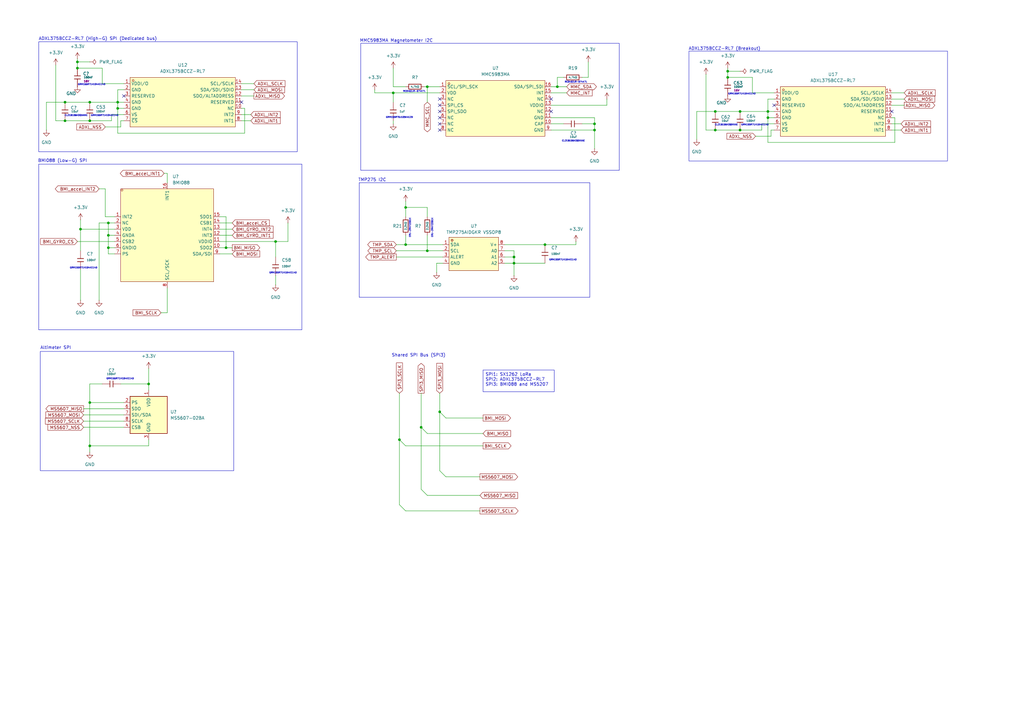
<source format=kicad_sch>
(kicad_sch (version 20250114) (generator "eeschema") (generator_version "9.0")
  (paper "A3")
  (rectangle (start 282.575 20.955) (end 388.62 66.04))
  (rectangle (start 15.875 67.31) (end 123.825 135.255))
  (rectangle (start 147.32 74.93) (end 241.935 121.92))
  (rectangle (start 15.875 17.145) (end 121.92 62.23))
  (rectangle (start 16.51 144.145) (end 95.885 193.04))
  (rectangle (start 147.955 17.78) (end 254 69.85))
  (text "Shared SPI Bus (SPI3)\n" (at 171.704 145.796 0) (effects (font (size 1.27 1.27))))
  (text "ADXL375BCCZ-RL7 (Breakout)" (at 297.18 20.066 0) (effects (font (size 1.27 1.27))))
  (text "	\nERJ-2RKF2201X" (at 167.64 93.472 90) (effects (font (size 0.635 0.635))))
  (text "CL21B106KOQNNNE" (at 297.942 51.308 0) (effects (font (size 0.635 0.635))))
  (text "CL21B106KOQNNNE" (at 235.204 57.912 0) (effects (font (size 0.635 0.635))))
  (text "GRM155R71H104KE14D" (at 116.078 112.014 0) (effects (font (size 0.635 0.635))))
  (text "GRM155R71H104KE14D" (at 230.886 106.68 0) (effects (font (size 0.635 0.635))))
  (text "RC0402JR-074K7L" (at 236.22 33.782 0) (effects (font (size 0.635 0.635))))
  (text "RC0402JR-074K7L" (at 169.926 37.592 0) (effects (font (size 0.635 0.635))))
  (text "GRM155R70J105KA12D" (at 163.83 48.26 0) (effects (font (size 0.635 0.635))))
  (text "TMP275 I2C" (at 152.654 73.914 0) (effects (font (size 1.27 1.27))))
  (text "BMI088 (Low-G) SPI" (at 25.654 66.04 0) (effects (font (size 1.27 1.27))))
  (text "	\nERJ-2RKF2201X" (at 176.784 93.472 90) (effects (font (size 0.635 0.635))))
  (text "MMC5983MA Magnetometer I2C" (at 162.56 16.764 0) (effects (font (size 1.27 1.27))))
  (text "GRM155R71H104KE14D" (at 309.626 51.308 0) (effects (font (size 0.635 0.635))))
  (text "CL21B106KOQNNNE" (at 31.242 47.498 0) (effects (font (size 0.635 0.635))))
  (text "GRM155R71H104KE14D" (at 49.276 155.448 0) (effects (font (size 0.635 0.635))))
  (text "GRM155R71H104KE14D" (at 304.292 38.608 0) (effects (font (size 0.635 0.635))))
  (text "GRM155R71H104KE14D" (at 42.926 47.498 0) (effects (font (size 0.635 0.635))))
  (text "GRM155R71H104KE14D" (at 34.29 109.982 0) (effects (font (size 0.635 0.635))))
  (text "ADXL375BCCZ-RL7 (High-G) SPI (Dedicated bus)" (at 40.132 16.002 0) (effects (font (size 1.27 1.27))))
  (text "Altimeter SPI" (at 22.86 142.748 0) (effects (font (size 1.27 1.27))))
  (text "GRM155R71H104KE14D" (at 37.592 34.798 0) (effects (font (size 0.635 0.635))))
  (text_box "SPI1: SX1262 LoRa\nSPI2: ADXL375BCCZ-RL7\nSPI3: BMI088 and MS5207" (at 198.12 151.765 0) (size 29.21 8.89) (margins 0.9525 0.9525 0.9525 0.9525) (effects (font (size 1.27 1.27)) (justify left top)))
  (junction (at 36.83 165.1))
  (junction (at 175.26 102.87))
  (junction (at 44.45 96.52))
  (junction (at 31.75 25.4))
  (junction (at 223.52 100.33))
  (junction (at 298.45 31.75))
  (junction (at 44.45 91.44))
  (junction (at 36.83 41.91))
  (junction (at 314.96 48.26))
  (junction (at 314.96 45.72))
  (junction (at 243.84 53.34))
  (junction (at 26.67 41.91))
  (junction (at 243.84 50.8))
  (junction (at 210.82 105.41))
  (junction (at 180.34 168.91))
  (junction (at 26.67 49.53))
  (junction (at 44.45 101.6))
  (junction (at 175.26 35.56))
  (junction (at 48.26 41.91))
  (junction (at 163.83 180.34))
  (junction (at 166.37 100.33))
  (junction (at 303.53 45.72))
  (junction (at 293.37 53.34))
  (junction (at 293.37 45.72))
  (junction (at 298.45 29.21))
  (junction (at 36.83 49.53))
  (junction (at 172.72 175.26))
  (junction (at 36.83 182.88))
  (junction (at 210.82 107.95))
  (junction (at 303.53 53.34))
  (junction (at 113.03 99.06))
  (junction (at 48.26 44.45))
  (junction (at 228.6 35.56))
  (junction (at 166.37 85.09))
  (junction (at 31.75 27.94))
  (junction (at 92.71 101.6))
  (junction (at 60.96 157.48))
  (junction (at 161.29 38.1))
  (junction (at 33.02 93.98))
  (no_connect (at 180.34 48.26))
  (no_connect (at 180.34 43.18))
  (no_connect (at 226.06 45.72))
  (no_connect (at 180.34 53.34))
  (no_connect (at 180.34 40.64))
  (no_connect (at 99.06 41.91))
  (no_connect (at 180.34 45.72))
  (no_connect (at 50.8 39.37))
  (no_connect (at 317.5 43.18))
  (no_connect (at 365.76 45.72))
  (no_connect (at 226.06 40.64))
  (no_connect (at 180.34 50.8))
  (bus_entry (at 180.34 193.04) (size 2.54 2.54))
  (bus_entry (at 180.34 168.91) (size 2.54 2.54))
  (bus_entry (at 172.72 175.26) (size 2.54 2.54))
  (bus_entry (at 163.83 180.34) (size 2.54 2.54))
  (bus_entry (at 172.72 200.66) (size 2.54 2.54))
  (bus_entry (at 163.83 207.01) (size 2.54 2.54))
  (wire (pts (xy 228.6 31.75) (xy 228.6 35.56)))
  (wire (pts (xy 50.8 46.99) (xy 45.72 46.99)))
  (wire (pts (xy 175.26 96.52) (xy 175.26 102.87)))
  (wire (pts (xy 31.75 24.13) (xy 31.75 25.4)))
  (wire (pts (xy 316.23 55.88) (xy 316.23 53.34)))
  (wire (pts (xy 314.96 48.26) (xy 314.96 58.42)))
  (wire (pts (xy 45.72 46.99) (xy 45.72 49.53)))
  (wire (pts (xy 248.92 43.18) (xy 226.06 43.18)))
  (wire (pts (xy 36.83 182.88) (xy 36.83 185.42)))
  (wire (pts (xy 100.33 44.45) (xy 99.06 44.45)))
  (wire (pts (xy 113.03 99.06) (xy 118.11 99.06)))
  (wire (pts (xy 166.37 85.09) (xy 175.26 85.09)))
  (wire (pts (xy 49.53 157.48) (xy 60.96 157.48)))
  (wire (pts (xy 210.82 107.95) (xy 223.52 107.95)))
  (wire (pts (xy 238.76 50.8) (xy 243.84 50.8)))
  (wire (pts (xy 41.91 34.29) (xy 41.91 27.94)))
  (wire (pts (xy 49.53 52.07) (xy 49.53 49.53)))
  (wire (pts (xy 308.61 38.1) (xy 308.61 31.75)))
  (wire (pts (xy 166.37 82.55) (xy 166.37 85.09)))
  (wire (pts (xy 241.3 31.75) (xy 241.3 25.4)))
  (wire (pts (xy 243.84 48.26) (xy 243.84 50.8)))
  (wire (pts (xy 31.75 25.4) (xy 31.75 27.94)))
  (wire (pts (xy 175.26 85.09) (xy 175.26 88.9)))
  (wire (pts (xy 314.96 45.72) (xy 314.96 48.26)))
  (wire (pts (xy 367.03 48.26) (xy 365.76 48.26)))
  (wire (pts (xy 113.03 99.06) (xy 113.03 105.41)))
  (wire (pts (xy 298.45 29.21) (xy 303.53 29.21)))
  (wire (pts (xy 175.26 102.87) (xy 181.61 102.87)))
  (wire (pts (xy 317.5 45.72) (xy 314.96 45.72)))
  (wire (pts (xy 48.26 44.45) (xy 50.8 44.45)))
  (wire (pts (xy 243.84 50.8) (xy 243.84 53.34)))
  (wire (pts (xy 289.56 30.48) (xy 289.56 53.34)))
  (wire (pts (xy 316.23 53.34) (xy 317.5 53.34)))
  (wire (pts (xy 223.52 100.33) (xy 236.22 100.33)))
  (wire (pts (xy 367.03 58.42) (xy 367.03 48.26)))
  (wire (pts (xy 293.37 45.72) (xy 303.53 45.72)))
  (wire (pts (xy 22.86 49.53) (xy 26.67 49.53)))
  (wire (pts (xy 48.26 41.91) (xy 36.83 41.91)))
  (wire (pts (xy 19.05 41.91) (xy 19.05 53.34)))
  (wire (pts (xy 317.5 38.1) (xy 308.61 38.1)))
  (wire (pts (xy 161.29 49.53) (xy 161.29 50.8)))
  (wire (pts (xy 48.26 41.91) (xy 48.26 44.45)))
  (wire (pts (xy 365.76 43.18) (xy 370.84 43.18)))
  (wire (pts (xy 44.45 101.6) (xy 46.99 101.6)))
  (wire (pts (xy 60.96 182.88) (xy 36.83 182.88)))
  (wire (pts (xy 49.53 49.53) (xy 50.8 49.53)))
  (wire (pts (xy 226.06 50.8) (xy 231.14 50.8)))
  (wire (pts (xy 46.99 93.98) (xy 33.02 93.98)))
  (wire (pts (xy 33.02 93.98) (xy 33.02 90.17)))
  (wire (pts (xy 163.83 161.29) (xy 163.83 180.34)))
  (wire (pts (xy 48.26 44.45) (xy 48.26 54.61)))
  (wire (pts (xy 285.75 45.72) (xy 285.75 57.15)))
  (wire (pts (xy 45.72 49.53) (xy 36.83 49.53)))
  (wire (pts (xy 60.96 157.48) (xy 60.96 160.02)))
  (wire (pts (xy 166.37 100.33) (xy 181.61 100.33)))
  (wire (pts (xy 314.96 40.64) (xy 314.96 45.72)))
  (wire (pts (xy 365.76 53.34) (xy 369.57 53.34)))
  (wire (pts (xy 365.76 38.1) (xy 370.84 38.1)))
  (wire (pts (xy 180.34 161.29) (xy 180.34 168.91)))
  (wire (pts (xy 90.17 104.14) (xy 95.25 104.14)))
  (wire (pts (xy 26.67 41.91) (xy 36.83 41.91)))
  (wire (pts (xy 90.17 96.52) (xy 95.25 96.52)))
  (wire (pts (xy 207.01 100.33) (xy 223.52 100.33)))
  (wire (pts (xy 298.45 27.94) (xy 298.45 29.21)))
  (wire (pts (xy 26.67 49.53) (xy 36.83 49.53)))
  (wire (pts (xy 92.71 88.9) (xy 92.71 101.6)))
  (wire (pts (xy 166.37 85.09) (xy 166.37 88.9)))
  (wire (pts (xy 60.96 151.13) (xy 60.96 157.48)))
  (wire (pts (xy 33.02 93.98) (xy 33.02 102.87)))
  (wire (pts (xy 166.37 96.52) (xy 166.37 100.33)))
  (wire (pts (xy 36.83 157.48) (xy 36.83 165.1)))
  (wire (pts (xy 182.88 171.45) (xy 198.12 171.45)))
  (wire (pts (xy 365.76 40.64) (xy 370.84 40.64)))
  (wire (pts (xy 118.11 99.06) (xy 118.11 91.44)))
  (wire (pts (xy 90.17 93.98) (xy 95.25 93.98)))
  (wire (pts (xy 312.42 50.8) (xy 312.42 53.34)))
  (wire (pts (xy 41.91 27.94) (xy 31.75 27.94)))
  (wire (pts (xy 226.06 48.26) (xy 243.84 48.26)))
  (wire (pts (xy 44.45 101.6) (xy 44.45 96.52)))
  (wire (pts (xy 90.17 99.06) (xy 113.03 99.06)))
  (wire (pts (xy 293.37 53.34) (xy 303.53 53.34)))
  (wire (pts (xy 153.67 38.1) (xy 153.67 36.83)))
  (wire (pts (xy 34.29 170.18) (xy 50.8 170.18)))
  (wire (pts (xy 182.88 195.58) (xy 196.85 195.58)))
  (wire (pts (xy 179.07 111.76) (xy 179.07 107.95)))
  (wire (pts (xy 161.29 35.56) (xy 161.29 27.94)))
  (wire (pts (xy 317.5 50.8) (xy 312.42 50.8)))
  (wire (pts (xy 161.29 38.1) (xy 161.29 41.91)))
  (wire (pts (xy 298.45 29.21) (xy 298.45 31.75)))
  (wire (pts (xy 231.14 31.75) (xy 228.6 31.75)))
  (wire (pts (xy 26.67 41.91) (xy 19.05 41.91)))
  (wire (pts (xy 44.45 104.14) (xy 44.45 101.6)))
  (wire (pts (xy 309.88 55.88) (xy 316.23 55.88)))
  (wire (pts (xy 44.45 91.44) (xy 46.99 91.44)))
  (wire (pts (xy 175.26 35.56) (xy 180.34 35.56)))
  (wire (pts (xy 180.34 168.91) (xy 180.34 193.04)))
  (wire (pts (xy 162.56 105.41) (xy 181.61 105.41)))
  (wire (pts (xy 43.18 88.9) (xy 43.18 77.47)))
  (wire (pts (xy 90.17 101.6) (xy 92.71 101.6)))
  (wire (pts (xy 172.72 175.26) (xy 172.72 200.66)))
  (wire (pts (xy 92.71 101.6) (xy 95.25 101.6)))
  (wire (pts (xy 44.45 96.52) (xy 46.99 96.52)))
  (wire (pts (xy 90.17 91.44) (xy 95.25 91.44)))
  (wire (pts (xy 228.6 35.56) (xy 232.41 35.56)))
  (wire (pts (xy 308.61 31.75) (xy 298.45 31.75)))
  (wire (pts (xy 180.34 38.1) (xy 161.29 38.1)))
  (wire (pts (xy 226.06 35.56) (xy 228.6 35.56)))
  (wire (pts (xy 365.76 50.8) (xy 369.57 50.8)))
  (wire (pts (xy 314.96 45.72) (xy 303.53 45.72)))
  (wire (pts (xy 50.8 41.91) (xy 48.26 41.91)))
  (wire (pts (xy 50.8 36.83) (xy 48.26 36.83)))
  (wire (pts (xy 162.56 102.87) (xy 175.26 102.87)))
  (wire (pts (xy 179.07 107.95) (xy 181.61 107.95)))
  (wire (pts (xy 175.26 177.8) (xy 198.12 177.8)))
  (wire (pts (xy 99.06 36.83) (xy 104.14 36.83)))
  (wire (pts (xy 172.72 161.29) (xy 172.72 175.26)))
  (wire (pts (xy 34.29 172.72) (xy 50.8 172.72)))
  (wire (pts (xy 317.5 40.64) (xy 314.96 40.64)))
  (wire (pts (xy 314.96 48.26) (xy 317.5 48.26)))
  (wire (pts (xy 31.75 25.4) (xy 36.83 25.4)))
  (wire (pts (xy 236.22 100.33) (xy 236.22 99.06)))
  (wire (pts (xy 99.06 49.53) (xy 102.87 49.53)))
  (wire (pts (xy 68.58 71.12) (xy 68.58 74.93)))
  (wire (pts (xy 43.18 77.47) (xy 40.64 77.47)))
  (wire (pts (xy 40.64 123.19) (xy 40.64 91.44)))
  (wire (pts (xy 210.82 107.95) (xy 210.82 113.03)))
  (wire (pts (xy 100.33 54.61) (xy 100.33 44.45)))
  (wire (pts (xy 99.06 39.37) (xy 104.14 39.37)))
  (wire (pts (xy 67.31 71.12) (xy 68.58 71.12)))
  (wire (pts (xy 99.06 34.29) (xy 104.14 34.29)))
  (wire (pts (xy 314.96 58.42) (xy 367.03 58.42)))
  (wire (pts (xy 162.56 100.33) (xy 166.37 100.33)))
  (wire (pts (xy 34.29 175.26) (xy 50.8 175.26)))
  (wire (pts (xy 210.82 102.87) (xy 210.82 105.41)))
  (wire (pts (xy 312.42 53.34) (xy 303.53 53.34)))
  (wire (pts (xy 48.26 54.61) (xy 100.33 54.61)))
  (wire (pts (xy 60.96 180.34) (xy 60.96 182.88)))
  (wire (pts (xy 226.06 38.1) (xy 232.41 38.1)))
  (wire (pts (xy 50.8 34.29) (xy 41.91 34.29)))
  (wire (pts (xy 243.84 53.34) (xy 243.84 60.96)))
  (wire (pts (xy 33.02 110.49) (xy 33.02 123.19)))
  (wire (pts (xy 90.17 88.9) (xy 92.71 88.9)))
  (wire (pts (xy 293.37 45.72) (xy 285.75 45.72)))
  (wire (pts (xy 99.06 46.99) (xy 102.87 46.99)))
  (wire (pts (xy 34.29 167.64) (xy 50.8 167.64)))
  (wire (pts (xy 41.91 157.48) (xy 36.83 157.48)))
  (wire (pts (xy 22.86 26.67) (xy 22.86 49.53)))
  (wire (pts (xy 166.37 209.55) (xy 196.85 209.55)))
  (wire (pts (xy 166.37 35.56) (xy 161.29 35.56)))
  (wire (pts (xy 43.18 52.07) (xy 49.53 52.07)))
  (wire (pts (xy 46.99 104.14) (xy 44.45 104.14)))
  (wire (pts (xy 36.83 165.1) (xy 36.83 182.88)))
  (wire (pts (xy 44.45 96.52) (xy 44.45 91.44)))
  (wire (pts (xy 207.01 105.41) (xy 210.82 105.41)))
  (wire (pts (xy 289.56 53.34) (xy 293.37 53.34)))
  (wire (pts (xy 238.76 31.75) (xy 241.3 31.75)))
  (wire (pts (xy 248.92 40.64) (xy 248.92 43.18)))
  (wire (pts (xy 210.82 105.41) (xy 210.82 107.95)))
  (wire (pts (xy 163.83 180.34) (xy 163.83 207.01)))
  (wire (pts (xy 173.99 35.56) (xy 175.26 35.56)))
  (wire (pts (xy 161.29 38.1) (xy 153.67 38.1)))
  (wire (pts (xy 207.01 102.87) (xy 210.82 102.87)))
  (wire (pts (xy 113.03 113.03) (xy 113.03 116.84)))
  (wire (pts (xy 175.26 35.56) (xy 175.26 41.91)))
  (wire (pts (xy 175.26 203.2) (xy 196.85 203.2)))
  (wire (pts (xy 68.58 128.27) (xy 66.04 128.27)))
  (wire (pts (xy 207.01 107.95) (xy 210.82 107.95)))
  (wire (pts (xy 166.37 182.88) (xy 198.12 182.88)))
  (wire (pts (xy 226.06 53.34) (xy 243.84 53.34)))
  (wire (pts (xy 68.58 118.11) (xy 68.58 128.27)))
  (wire (pts (xy 31.75 99.06) (xy 46.99 99.06)))
  (wire (pts (xy 40.64 91.44) (xy 44.45 91.44)))
  (wire (pts (xy 36.83 165.1) (xy 50.8 165.1)))
  (wire (pts (xy 43.18 88.9) (xy 46.99 88.9)))
  (wire (pts (xy 48.26 36.83) (xy 48.26 41.91)))
  (global_label "BMI_GYRO_CS" (shape input) (at 31.75 99.06 180) (property "Intersheetrefs" "${INTERSHEET_REFS}" (effects (hide yes))))
  (global_label "ADXL_INT2" (shape input) (at 369.57 50.8 0) (property "Intersheetrefs" "${INTERSHEET_REFS}" (effects (hide yes))))
  (global_label "MS5607_MOSI" (shape input) (at 34.29 170.18 180) (property "Intersheetrefs" "${INTERSHEET_REFS}" (effects (hide yes))))
  (global_label "BMI_SCLK" (shape input) (at 66.04 128.27 180) (property "Intersheetrefs" "${INTERSHEET_REFS}" (effects (hide yes))))
  (global_label "ADXL_INT2" (shape input) (at 102.87 46.99 0) (property "Intersheetrefs" "${INTERSHEET_REFS}" (effects (hide yes))))
  (global_label "ADXL_NSS" (shape input) (at 43.18 52.07 180) (property "Intersheetrefs" "${INTERSHEET_REFS}" (effects (hide yes))))
  (global_label "ADXL_MOSI" (shape input) (at 370.84 40.64 0) (property "Intersheetrefs" "${INTERSHEET_REFS}" (effects (hide yes))))
  (global_label "BMI_accel_INT2" (shape bidirectional) (at 40.64 77.47 180) (property "Intersheetrefs" "${INTERSHEET_REFS}" (effects (hide yes))))
  (global_label "MMC_SCL" (shape bidirectional) (at 175.26 41.91 270) (property "Intersheetrefs" "${INTERSHEET_REFS}" (effects (hide yes))))
  (global_label "ADXL_MISO" (shape output) (at 104.14 39.37 0) (property "Intersheetrefs" "${INTERSHEET_REFS}" (effects (hide yes))))
  (global_label "TMP_SDA" (shape bidirectional) (at 162.56 100.33 180) (property "Intersheetrefs" "${INTERSHEET_REFS}" (effects (hide yes))))
  (global_label "BMI_SCLK" (shape output) (at 198.12 182.88 0) (property "Intersheetrefs" "${INTERSHEET_REFS}" (effects (hide yes))))
  (global_label "BMI_accel_INT1" (shape bidirectional) (at 67.31 71.12 180) (property "Intersheetrefs" "${INTERSHEET_REFS}" (effects (hide yes))))
  (global_label "MS5607_SCLK" (shape input) (at 34.29 172.72 180) (property "Intersheetrefs" "${INTERSHEET_REFS}" (effects (hide yes))))
  (global_label "MS5607_MOSI" (shape output) (at 196.85 195.58 0) (property "Intersheetrefs" "${INTERSHEET_REFS}" (effects (hide yes))))
  (global_label "ADXL_MISO" (shape output) (at 370.84 43.18 0) (property "Intersheetrefs" "${INTERSHEET_REFS}" (effects (hide yes))))
  (global_label "BMI_GYRO_INT2" (shape input) (at 95.25 93.98 0) (property "Intersheetrefs" "${INTERSHEET_REFS}" (effects (hide yes))))
  (global_label "ADXL_SCLK" (shape input) (at 104.14 34.29 0) (property "Intersheetrefs" "${INTERSHEET_REFS}" (effects (hide yes))))
  (global_label "ADXL_NSS" (shape input) (at 309.88 55.88 180) (property "Intersheetrefs" "${INTERSHEET_REFS}" (effects (hide yes))))
  (global_label "ADXL_SCLK" (shape input) (at 370.84 38.1 0) (property "Intersheetrefs" "${INTERSHEET_REFS}" (effects (hide yes))))
  (global_label "MS5607_MISO" (shape input) (at 196.85 203.2 0) (property "Intersheetrefs" "${INTERSHEET_REFS}" (effects (hide yes))))
  (global_label "ADXL_MOSI" (shape input) (at 104.14 36.83 0) (property "Intersheetrefs" "${INTERSHEET_REFS}" (effects (hide yes))))
  (global_label "MMC_SDA" (shape bidirectional) (at 232.41 35.56 0) (property "Intersheetrefs" "${INTERSHEET_REFS}" (effects (hide yes))))
  (global_label "TMP_ALERT" (shape output) (at 162.56 105.41 180) (property "Intersheetrefs" "${INTERSHEET_REFS}" (effects (hide yes))))
  (global_label "ADXL_INT1" (shape input) (at 102.87 49.53 0) (property "Intersheetrefs" "${INTERSHEET_REFS}" (effects (hide yes))))
  (global_label "MS5607_NSS" (shape input) (at 34.29 175.26 180) (property "Intersheetrefs" "${INTERSHEET_REFS}" (effects (hide yes))))
  (global_label "BMI_accel_CS" (shape input) (at 95.25 91.44 0) (property "Intersheetrefs" "${INTERSHEET_REFS}" (effects (hide yes))))
  (global_label "SPI3_SCLK" (shape input) (at 163.83 161.29 90) (property "Intersheetrefs" "${INTERSHEET_REFS}" (effects (hide yes))))
  (global_label "BMI_MOSI" (shape output) (at 198.12 171.45 0) (property "Intersheetrefs" "${INTERSHEET_REFS}" (effects (hide yes))))
  (global_label "BMI_GYRO_INT1" (shape input) (at 95.25 96.52 0) (property "Intersheetrefs" "${INTERSHEET_REFS}" (effects (hide yes))))
  (global_label "ADXL_INT1" (shape input) (at 369.57 53.34 0) (property "Intersheetrefs" "${INTERSHEET_REFS}" (effects (hide yes))))
  (global_label "MS5607_MISO" (shape output) (at 34.29 167.64 180) (property "Intersheetrefs" "${INTERSHEET_REFS}" (effects (hide yes))))
  (global_label "BMI_MISO" (shape input) (at 198.12 177.8 0) (property "Intersheetrefs" "${INTERSHEET_REFS}" (effects (hide yes))))
  (global_label "TMP_SCL" (shape bidirectional) (at 162.56 102.87 180) (property "Intersheetrefs" "${INTERSHEET_REFS}" (effects (hide yes))))
  (global_label "SPI3_MISO" (shape output) (at 172.72 161.29 90) (property "Intersheetrefs" "${INTERSHEET_REFS}" (effects (hide yes))))
  (global_label "BMI_MISO" (shape output) (at 95.25 101.6 0) (property "Intersheetrefs" "${INTERSHEET_REFS}" (effects (hide yes))))
  (global_label "MMC_INT" (shape input) (at 232.41 38.1 0) (property "Intersheetrefs" "${INTERSHEET_REFS}" (effects (hide yes))))
  (global_label "BMI_MOSI" (shape input) (at 95.25 104.14 0) (property "Intersheetrefs" "${INTERSHEET_REFS}" (effects (hide yes))))
  (global_label "MS5607_SCLK" (shape output) (at 196.85 209.55 0) (property "Intersheetrefs" "${INTERSHEET_REFS}" (effects (hide yes))))
  (global_label "SPI3_MOSI" (shape input) (at 180.34 161.29 90) (property "Intersheetrefs" "${INTERSHEET_REFS}" (effects (hide yes))))
  (symbol (lib_id "PCM_JLCPCB-Capacitors:0402,100nF") (at 36.83 45.72 0) (unit 1)
    (property "Reference" "C53" (at 39.37 43.942 0) (effects (justify left)))
    (property "Value" "100nF" (at 39.37 45.72 0) (effects (font (size 0.8 0.8)) (justify left)))
    (property "Footprint" "PCM_JLCPCB:C_0402" (effects (hide yes)))
    (property "Datasheet" "https://www.lcsc.com/datasheet/lcsc_datasheet_2304140030_Samsung-Electro-Mechanics-CL05B104KO5NNNC_C1525.pdf" (effects (hide yes)))
    (property "Description" "16V 100nF X7R ±10% 0402 Multilayer Ceramic Capacitors MLCC - SMD/SMT ROHS" (effects (hide yes)))
    (property "LCSC" "C1525" (effects (hide yes)))
    (property "Stock" "12931403" (effects (hide yes)))
    (property "Price" "0.004USD" (effects (hide yes)))
    (property "Process" "SMT" (effects (hide yes)))
    (property "Minimum Qty" "20" (effects (hide yes)))
    (property "Attrition Qty" "10" (effects (hide yes)))
    (property "Class" "Basic Component" (effects (hide yes)))
    (property "Category" "Capacitors,Multilayer Ceramic Capacitors MLCC - SMD/SMT" (effects (hide yes)))
    (property "Manufacturer" "Samsung Electro-Mechanics" (effects (hide yes)))
    (property "Part" "CL05B104KO5NNNC" (effects (hide yes)))
    (property "Voltage Rated" "16V" (effects (hide yes)))
    (property "Tolerance" "±10%" (effects (hide yes)))
    (property "Capacitance" "100nF" (effects (hide yes)))
    (property "Temperature Coefficient" "X7R" (effects (hide yes)))
  )
  (symbol (lib_id "power:+3.3V") (at 236.22 99.06 0) (unit 1)
    (property "Reference" "#PWR078" (effects (hide yes)))
    (property "Value" "+3.3V" (at 236.22 93.98 0))
    (property "Description" "Power symbol creates a global label with name \"+3.3V\"" (effects (hide yes)))
  )
  (symbol (lib_id "PCM_JLCPCB-Capacitors:0402,100nF") (at 31.75 31.75 0) (unit 1)
    (property "Reference" "C?" (at 34.036 30.226 0) (effects (justify left)))
    (property "Value" "100nF" (at 34.29 31.75 0) (effects (font (size 0.8 0.8)) (justify left)))
    (property "Footprint" "PCM_JLCPCB:C_0402" (effects (hide yes)))
    (property "Datasheet" "https://www.lcsc.com/datasheet/lcsc_datasheet_2304140030_Samsung-Electro-Mechanics-CL05B104KO5NNNC_C1525.pdf" (effects (hide yes)))
    (property "Description" "16V 100nF X7R ±10% 0402 Multilayer Ceramic Capacitors MLCC - SMD/SMT ROHS" (effects (hide yes)))
    (property "LCSC" "C1525" (effects (hide yes)))
    (property "Stock" "12931403" (effects (hide yes)))
    (property "Price" "0.004USD" (effects (hide yes)))
    (property "Process" "SMT" (effects (hide yes)))
    (property "Minimum Qty" "20" (effects (hide yes)))
    (property "Attrition Qty" "10" (effects (hide yes)))
    (property "Class" "Basic Component" (effects (hide yes)))
    (property "Category" "Capacitors,Multilayer Ceramic Capacitors MLCC - SMD/SMT" (effects (hide yes)))
    (property "Manufacturer" "Samsung Electro-Mechanics" (effects (hide yes)))
    (property "Part" "CL05B104KO5NNNC" (effects (hide yes)))
    (property "Voltage Rated" "16V" (at 34.29 33.274 0) (effects (font (size 0.8 0.8)) (justify left)))
    (property "Tolerance" "±10%" (effects (hide yes)))
    (property "Capacitance" "100nF" (effects (hide yes)))
    (property "Temperature Coefficient" "X7R" (effects (hide yes)))
  )
  (symbol (lib_id "PCM_JLCPCB-Resistors:0402,2.2kΩ") (at 166.37 92.71 0) (unit 1)
    (property "Reference" "R21" (at 161.036 92.71 0) (effects (justify left)))
    (property "Value" "2.2kΩ" (at 166.37 92.71 90) (effects (font (size 0.8 0.8))))
    (property "Footprint" "PCM_JLCPCB:R_0402" (effects (hide yes)))
    (property "Datasheet" "https://www.lcsc.com/datasheet/lcsc_datasheet_2206010045_UNI-ROYAL-Uniroyal-Elec-0402WGF2201TCE_C25879.pdf" (effects (hide yes)))
    (property "Description" "62.5mW Thick Film Resistors 50V ±100ppm/°C ±1% 2.2kΩ 0402 Chip Resistor - Surface Mount ROHS" (effects (hide yes)))
    (property "LCSC" "C25879" (effects (hide yes)))
    (property "Stock" "942115" (effects (hide yes)))
    (property "Price" "0.004USD" (effects (hide yes)))
    (property "Process" "SMT" (effects (hide yes)))
    (property "Minimum Qty" "20" (effects (hide yes)))
    (property "Attrition Qty" "10" (effects (hide yes)))
    (property "Class" "Basic Component" (effects (hide yes)))
    (property "Category" "Resistors,Chip Resistor - Surface Mount" (effects (hide yes)))
    (property "Manufacturer" "UNI-ROYAL(Uniroyal Elec)" (effects (hide yes)))
    (property "Part" "0402WGF2201TCE" (effects (hide yes)))
    (property "Resistance" "2.2kΩ" (effects (hide yes)))
    (property "Power(Watts)" "62.5mW" (effects (hide yes)))
    (property "Type" "Thick Film Resistors" (effects (hide yes)))
    (property "Overload Voltage (Max)" "50V" (effects (hide yes)))
    (property "Operating Temperature Range" "-55°C~+155°C" (effects (hide yes)))
    (property "Tolerance" "±1%" (effects (hide yes)))
    (property "Temperature Coefficient" "±100ppm/°C" (effects (hide yes)))
  )
  (symbol (lib_id "power:GND") (at 33.02 123.19 0) (unit 1)
    (property "Reference" "#PWR082" (effects (hide yes)))
    (property "Value" "GND" (at 33.02 128.27 0))
    (property "Description" "Power symbol creates a global label with name \"GND\" , ground" (effects (hide yes)))
  )
  (symbol (lib_id "PCM_JLCPCB-Capacitors:0402,100nF") (at 45.72 157.48 90) (unit 1)
    (property "Reference" "C?" (at 45.72 151.892 90))
    (property "Value" "100nF" (at 45.72 153.416 90) (effects (font (size 0.8 0.8))))
    (property "Footprint" "PCM_JLCPCB:C_0402" (effects (hide yes)))
    (property "Datasheet" "https://www.lcsc.com/datasheet/lcsc_datasheet_2304140030_Samsung-Electro-Mechanics-CL05B104KO5NNNC_C1525.pdf" (effects (hide yes)))
    (property "Description" "16V 100nF X7R ±10% 0402 Multilayer Ceramic Capacitors MLCC - SMD/SMT ROHS" (effects (hide yes)))
    (property "LCSC" "C1525" (effects (hide yes)))
    (property "Stock" "12931403" (effects (hide yes)))
    (property "Price" "0.004USD" (effects (hide yes)))
    (property "Process" "SMT" (effects (hide yes)))
    (property "Minimum Qty" "20" (effects (hide yes)))
    (property "Attrition Qty" "10" (effects (hide yes)))
    (property "Class" "Basic Component" (effects (hide yes)))
    (property "Category" "Capacitors,Multilayer Ceramic Capacitors MLCC - SMD/SMT" (effects (hide yes)))
    (property "Manufacturer" "Samsung Electro-Mechanics" (effects (hide yes)))
    (property "Part" "CL05B104KO5NNNC" (effects (hide yes)))
    (property "Voltage Rated" "16V" (effects (hide yes)))
    (property "Tolerance" "±10%" (effects (hide yes)))
    (property "Capacitance" "100nF" (effects (hide yes)))
    (property "Temperature Coefficient" "X7R" (effects (hide yes)))
  )
  (symbol (lib_id "EasyEDA:TMP275AIDGKRVSSOP8") (at 194.31 104.14 0) (unit 1)
    (property "Reference" "U?" (at 194.31 92.71 0))
    (property "Value" "TMP275AIDGKR VSSOP8" (at 194.31 95.25 0))
    (property "Footprint" "EasyEDA:VSSOP-8_L3.0-W3.0-P0.65-LS5.0-BL" (effects (hide yes)))
    (property "Datasheet" "https://lcsc.com/product-detail/Temperature-Sensors_TI_TMP275AIDGKR-VSSOP8_TMP275AIDGKR_C87815.html" (effects (hide yes)))
    (property "LCSC Part" "C87815" (effects (hide yes)))
  )
  (symbol (lib_id "power:+3.3V") (at 248.92 40.64 0) (unit 1)
    (property "Reference" "#PWR071" (effects (hide yes)))
    (property "Value" "+3.3V" (at 248.92 35.56 0))
    (property "Description" "Power symbol creates a global label with name \"+3.3V\"" (effects (hide yes)))
  )
  (symbol (lib_id "PCM_JLCPCB-Capacitors:0402,1uF") (at 161.29 45.72 0) (unit 1)
    (property "Reference" "C?" (at 163.83 43.1799 0) (effects (justify left)))
    (property "Value" "1uF" (at 163.83 45.72 0) (effects (font (size 0.8 0.8)) (justify left)))
    (property "Footprint" "PCM_JLCPCB:C_0402" (effects (hide yes)))
    (property "Datasheet" "https://www.lcsc.com/datasheet/lcsc_datasheet_2304140030_Samsung-Electro-Mechanics-CL05A105KA5NQNC_C52923.pdf" (effects (hide yes)))
    (property "Description" "25V 1uF X5R ±10% 0402 Multilayer Ceramic Capacitors MLCC - SMD/SMT ROHS" (effects (hide yes)))
    (property "LCSC" "C52923" (effects (hide yes)))
    (property "Stock" "4952869" (effects (hide yes)))
    (property "Price" "0.006USD" (effects (hide yes)))
    (property "Process" "SMT" (effects (hide yes)))
    (property "Minimum Qty" "20" (effects (hide yes)))
    (property "Attrition Qty" "10" (effects (hide yes)))
    (property "Class" "Basic Component" (effects (hide yes)))
    (property "Category" "Capacitors,Multilayer Ceramic Capacitors MLCC - SMD/SMT" (effects (hide yes)))
    (property "Manufacturer" "Samsung Electro-Mechanics" (effects (hide yes)))
    (property "Part" "CL05A105KA5NQNC" (effects (hide yes)))
    (property "Voltage Rated" "25V" (effects (hide yes)))
    (property "Tolerance" "±10%" (effects (hide yes)))
    (property "Capacitance" "1uF" (effects (hide yes)))
    (property "Temperature Coefficient" "X5R" (effects (hide yes)))
  )
  (symbol (lib_id "power:GND") (at 210.82 113.03 0) (unit 1)
    (property "Reference" "#PWR080" (effects (hide yes)))
    (property "Value" "GND" (at 210.82 118.11 0))
    (property "Description" "Power symbol creates a global label with name \"GND\" , ground" (effects (hide yes)))
  )
  (symbol (lib_id "PCM_JLCPCB-Capacitors:0402,10uF") (at 234.95 50.8 90) (unit 1)
    (property "Reference" "C?" (at 235.204 54.61 90))
    (property "Value" "10uF" (at 235.204 56.134 90) (effects (font (size 0.8 0.8))))
    (property "Footprint" "PCM_JLCPCB:C_0402" (effects (hide yes)))
    (property "Datasheet" "https://www.lcsc.com/datasheet/lcsc_datasheet_2208231630_Samsung-Electro-Mechanics-CL05A106MQ5NUNC_C15525.pdf" (effects (hide yes)))
    (property "Description" "6.3V 10uF X5R ±20% 0402 Multilayer Ceramic Capacitors MLCC - SMD/SMT ROHS" (effects (hide yes)))
    (property "LCSC" "C15525" (effects (hide yes)))
    (property "Stock" "2048985" (effects (hide yes)))
    (property "Price" "0.007USD" (effects (hide yes)))
    (property "Process" "SMT" (effects (hide yes)))
    (property "Minimum Qty" "20" (effects (hide yes)))
    (property "Attrition Qty" "10" (effects (hide yes)))
    (property "Class" "Basic Component" (effects (hide yes)))
    (property "Category" "Capacitors,Multilayer Ceramic Capacitors MLCC - SMD/SMT" (effects (hide yes)))
    (property "Manufacturer" "Samsung Electro-Mechanics" (effects (hide yes)))
    (property "Part" "CL05A106MQ5NUNC" (effects (hide yes)))
    (property "Voltage Rated" "6.3V" (effects (hide yes)))
    (property "Tolerance" "±20%" (effects (hide yes)))
    (property "Capacitance" "10uF" (effects (hide yes)))
    (property "Temperature Coefficient" "X5R" (effects (hide yes)))
  )
  (symbol (lib_id "power:+3.3V") (at 22.86 26.67 0) (unit 1)
    (property "Reference" "#PWR068" (effects (hide yes)))
    (property "Value" "+3.3V" (at 22.86 21.59 0))
    (property "Description" "Power symbol creates a global label with name \"+3.3V\"" (effects (hide yes)))
  )
  (symbol (lib_id "power:+3.3V") (at 166.37 82.55 0) (unit 1)
    (property "Reference" "#PWR075" (effects (hide yes)))
    (property "Value" "+3.3V" (at 166.37 77.47 0))
    (property "Description" "Power symbol creates a global label with name \"+3.3V\"" (effects (hide yes)))
  )
  (symbol (lib_id "power:GND") (at 40.64 123.19 0) (unit 1)
    (property "Reference" "#PWR083" (effects (hide yes)))
    (property "Value" "GND" (at 40.64 128.27 0))
    (property "Description" "Power symbol creates a global label with name \"GND\" , ground" (effects (hide yes)))
  )
  (symbol (lib_id "PCM_JLCPCB-Capacitors:0402,100nF") (at 113.03 109.22 0) (unit 1)
    (property "Reference" "C58" (at 115.57 106.6799 0) (effects (justify left)))
    (property "Value" "100nF" (at 115.57 109.22 0) (effects (font (size 0.8 0.8)) (justify left)))
    (property "Footprint" "PCM_JLCPCB:C_0402" (effects (hide yes)))
    (property "Datasheet" "https://www.lcsc.com/datasheet/lcsc_datasheet_2304140030_Samsung-Electro-Mechanics-CL05B104KO5NNNC_C1525.pdf" (effects (hide yes)))
    (property "Description" "16V 100nF X7R ±10% 0402 Multilayer Ceramic Capacitors MLCC - SMD/SMT ROHS" (effects (hide yes)))
    (property "LCSC" "C1525" (effects (hide yes)))
    (property "Stock" "12931403" (effects (hide yes)))
    (property "Price" "0.004USD" (effects (hide yes)))
    (property "Process" "SMT" (effects (hide yes)))
    (property "Minimum Qty" "20" (effects (hide yes)))
    (property "Attrition Qty" "10" (effects (hide yes)))
    (property "Class" "Basic Component" (effects (hide yes)))
    (property "Category" "Capacitors,Multilayer Ceramic Capacitors MLCC - SMD/SMT" (effects (hide yes)))
    (property "Manufacturer" "Samsung Electro-Mechanics" (effects (hide yes)))
    (property "Part" "CL05B104KO5NNNC" (effects (hide yes)))
    (property "Voltage Rated" "16V" (effects (hide yes)))
    (property "Tolerance" "±10%" (effects (hide yes)))
    (property "Capacitance" "100nF" (effects (hide yes)))
    (property "Temperature Coefficient" "X7R" (effects (hide yes)))
  )
  (symbol (lib_id "power:GND") (at 285.75 57.15 0) (unit 1)
    (property "Reference" "#PWR0113" (effects (hide yes)))
    (property "Value" "GND" (at 285.75 62.23 0))
    (property "Description" "Power symbol creates a global label with name \"GND\" , ground" (effects (hide yes)))
  )
  (symbol (lib_id "power:+3.3V") (at 60.96 151.13 0) (unit 1)
    (property "Reference" "#PWR084" (effects (hide yes)))
    (property "Value" "+3.3V" (at 60.96 146.05 0))
    (property "Description" "Power symbol creates a global label with name \"+3.3V\"" (effects (hide yes)))
  )
  (symbol (lib_id "power:+3.3V") (at 31.75 24.13 0) (unit 1)
    (property "Reference" "#PWR?" (effects (hide yes)))
    (property "Value" "+3.3V" (at 31.75 19.05 0))
    (property "Description" "Power symbol creates a global label with name \"+3.3V\"" (effects (hide yes)))
  )
  (symbol (lib_id "PCM_JLCPCB-Resistors:0402,2.2kΩ") (at 175.26 92.71 0) (unit 1)
    (property "Reference" "R?" (at 170.18 92.71 0) (effects (justify left)))
    (property "Value" "2.2kΩ" (at 175.26 92.71 90) (effects (font (size 0.8 0.8))))
    (property "Footprint" "PCM_JLCPCB:R_0402" (effects (hide yes)))
    (property "Datasheet" "https://www.lcsc.com/datasheet/lcsc_datasheet_2206010045_UNI-ROYAL-Uniroyal-Elec-0402WGF2201TCE_C25879.pdf" (effects (hide yes)))
    (property "Description" "62.5mW Thick Film Resistors 50V ±100ppm/°C ±1% 2.2kΩ 0402 Chip Resistor - Surface Mount ROHS" (effects (hide yes)))
    (property "LCSC" "C25879" (effects (hide yes)))
    (property "Stock" "942115" (effects (hide yes)))
    (property "Price" "0.004USD" (effects (hide yes)))
    (property "Process" "SMT" (effects (hide yes)))
    (property "Minimum Qty" "20" (effects (hide yes)))
    (property "Attrition Qty" "10" (effects (hide yes)))
    (property "Class" "Basic Component" (effects (hide yes)))
    (property "Category" "Resistors,Chip Resistor - Surface Mount" (effects (hide yes)))
    (property "Manufacturer" "UNI-ROYAL(Uniroyal Elec)" (effects (hide yes)))
    (property "Part" "0402WGF2201TCE" (effects (hide yes)))
    (property "Resistance" "2.2kΩ" (effects (hide yes)))
    (property "Power(Watts)" "62.5mW" (effects (hide yes)))
    (property "Type" "Thick Film Resistors" (effects (hide yes)))
    (property "Overload Voltage (Max)" "50V" (effects (hide yes)))
    (property "Operating Temperature Range" "-55°C~+155°C" (effects (hide yes)))
    (property "Tolerance" "±1%" (effects (hide yes)))
    (property "Temperature Coefficient" "±100ppm/°C" (effects (hide yes)))
  )
  (symbol (lib_id "power:+3.3V") (at 298.45 27.94 0) (unit 1)
    (property "Reference" "#PWR0115" (effects (hide yes)))
    (property "Value" "+3.3V" (at 298.45 22.86 0))
    (property "Description" "Power symbol creates a global label with name \"+3.3V\"" (effects (hide yes)))
  )
  (symbol (lib_id "PCM_JLCPCB-Resistors:0402,4.7kΩ") (at 234.95 31.75 90) (unit 1)
    (property "Reference" "R19" (at 234.95 27.94 90))
    (property "Value" "4.7kΩ" (at 234.95 31.75 90) (effects (font (size 0.8 0.8))))
    (property "Footprint" "PCM_JLCPCB:R_0402" (effects (hide yes)))
    (property "Datasheet" "https://www.lcsc.com/datasheet/lcsc_datasheet_2206010045_UNI-ROYAL-Uniroyal-Elec-0402WGF4701TCE_C25900.pdf" (effects (hide yes)))
    (property "Description" "62.5mW Thick Film Resistors 50V ±100ppm/°C ±1% 4.7kΩ 0402 Chip Resistor - Surface Mount ROHS" (effects (hide yes)))
    (property "LCSC" "C25900" (effects (hide yes)))
    (property "Stock" "4388716" (effects (hide yes)))
    (property "Price" "0.004USD" (effects (hide yes)))
    (property "Process" "SMT" (effects (hide yes)))
    (property "Minimum Qty" "20" (effects (hide yes)))
    (property "Attrition Qty" "10" (effects (hide yes)))
    (property "Class" "Basic Component" (effects (hide yes)))
    (property "Category" "Resistors,Chip Resistor - Surface Mount" (effects (hide yes)))
    (property "Manufacturer" "UNI-ROYAL(Uniroyal Elec)" (effects (hide yes)))
    (property "Part" "0402WGF4701TCE" (effects (hide yes)))
    (property "Resistance" "4.7kΩ" (effects (hide yes)))
    (property "Power(Watts)" "62.5mW" (effects (hide yes)))
    (property "Type" "Thick Film Resistors" (effects (hide yes)))
    (property "Overload Voltage (Max)" "50V" (effects (hide yes)))
    (property "Operating Temperature Range" "-55°C~+155°C" (effects (hide yes)))
    (property "Tolerance" "±1%" (effects (hide yes)))
    (property "Temperature Coefficient" "±100ppm/°C" (effects (hide yes)))
  )
  (symbol (lib_id "EasyEDA:ADXL375BCCZ-RL7") (at 341.63 45.72 0) (unit 1)
    (property "Reference" "U17" (at 341.63 30.48 0))
    (property "Value" "ADXL375BCCZ-RL7" (at 341.63 33.02 0))
    (property "Footprint" "EasyEDA:LGA-14_L5.0-W3.0-P0.80-BL" (effects (hide yes)))
    (property "Datasheet" "https://lcsc.com/product-detail/New-Arrivals_Analog-Devices-ADI-ADXL375BCCZ-RL7_C481898.html" (effects (hide yes)))
    (property "LCSC Part" "C481898" (effects (hide yes)))
  )
  (symbol (lib_id "power:+3.3V") (at 161.29 27.94 0) (unit 1)
    (property "Reference" "#PWR070" (effects (hide yes)))
    (property "Value" "+3.3V" (at 161.29 22.86 0))
    (property "Description" "Power symbol creates a global label with name \"+3.3V\"" (effects (hide yes)))
  )
  (symbol (lib_id "power:GND") (at 179.07 111.76 0) (unit 1)
    (property "Reference" "#PWR079" (effects (hide yes)))
    (property "Value" "GND" (at 179.07 116.84 0))
    (property "Description" "Power symbol creates a global label with name \"GND\" , ground" (effects (hide yes)))
  )
  (symbol (lib_id "power:+3.3V") (at 153.67 36.83 0) (unit 1)
    (property "Reference" "#PWR0102" (effects (hide yes)))
    (property "Value" "+3.3V" (at 153.67 31.75 0))
    (property "Description" "Power symbol creates a global label with name \"+3.3V\"" (effects (hide yes)))
  )
  (symbol (lib_id "power:+3.3V") (at 118.11 91.44 0) (unit 1)
    (property "Reference" "#PWR077" (effects (hide yes)))
    (property "Value" "+3.3V" (at 118.11 86.36 0))
    (property "Description" "Power symbol creates a global label with name \"+3.3V\"" (effects (hide yes)))
  )
  (symbol (lib_id "power:GND") (at 31.75 35.56 0) (unit 1)
    (property "Reference" "#PWR0104" (effects (hide yes)))
    (property "Value" "GND" (at 29.21 38.354 0))
    (property "Description" "Power symbol creates a global label with name \"GND\" , ground" (effects (hide yes)))
  )
  (symbol (lib_id "EasyEDA:MMC5983MA") (at 203.2 44.45 0) (unit 1)
    (property "Reference" "U?" (at 203.2 27.94 0))
    (property "Value" "MMC5983MA" (at 203.2 30.48 0))
    (property "Footprint" "EasyEDA:LGA-16_L3.0-W3.0-P0.50-BL_SQ" (effects (hide yes)))
    (property "Datasheet" "https://lcsc.com/product-detail/Magnetic-Sensors_MEMSIC-MMC5983MA_C404329.html" (effects (hide yes)))
    (property "LCSC Part" "C404329" (effects (hide yes)))
  )
  (symbol (lib_id "power:GND") (at 36.83 185.42 0) (unit 1)
    (property "Reference" "#PWR085" (effects (hide yes)))
    (property "Value" "GND" (at 36.83 190.5 0))
    (property "Description" "Power symbol creates a global label with name \"GND\" , ground" (effects (hide yes)))
  )
  (symbol (lib_id "PCM_JLCPCB-Resistors:0402,4.7kΩ") (at 170.18 35.56 90) (unit 1)
    (property "Reference" "R?" (at 170.18 31.75 90))
    (property "Value" "4.7kΩ" (at 170.18 35.56 90) (effects (font (size 0.8 0.8))))
    (property "Footprint" "PCM_JLCPCB:R_0402" (effects (hide yes)))
    (property "Datasheet" "https://www.lcsc.com/datasheet/lcsc_datasheet_2206010045_UNI-ROYAL-Uniroyal-Elec-0402WGF4701TCE_C25900.pdf" (effects (hide yes)))
    (property "Description" "62.5mW Thick Film Resistors 50V ±100ppm/°C ±1% 4.7kΩ 0402 Chip Resistor - Surface Mount ROHS" (effects (hide yes)))
    (property "LCSC" "C25900" (effects (hide yes)))
    (property "Stock" "4388716" (effects (hide yes)))
    (property "Price" "0.004USD" (effects (hide yes)))
    (property "Process" "SMT" (effects (hide yes)))
    (property "Minimum Qty" "20" (effects (hide yes)))
    (property "Attrition Qty" "10" (effects (hide yes)))
    (property "Class" "Basic Component" (effects (hide yes)))
    (property "Category" "Resistors,Chip Resistor - Surface Mount" (effects (hide yes)))
    (property "Manufacturer" "UNI-ROYAL(Uniroyal Elec)" (effects (hide yes)))
    (property "Part" "0402WGF4701TCE" (effects (hide yes)))
    (property "Resistance" "4.7kΩ" (effects (hide yes)))
    (property "Power(Watts)" "62.5mW" (effects (hide yes)))
    (property "Type" "Thick Film Resistors" (effects (hide yes)))
    (property "Overload Voltage (Max)" "50V" (effects (hide yes)))
    (property "Operating Temperature Range" "-55°C~+155°C" (effects (hide yes)))
    (property "Tolerance" "±1%" (effects (hide yes)))
    (property "Temperature Coefficient" "±100ppm/°C" (effects (hide yes)))
  )
  (symbol (lib_id "Sensor_Pressure:MS5607-02BA") (at 60.96 170.18 0) (unit 1)
    (property "Reference" "U?" (at 69.85 168.9099 0) (effects (justify left)))
    (property "Value" "MS5607-02BA" (at 69.85 171.4499 0) (effects (justify left)))
    (property "Footprint" "Package_LGA:LGA-8_3x5mm_P1.25mm" (effects (hide yes)))
    (property "Datasheet" "https://www.te.com/commerce/DocumentDelivery/DDEController?Action=showdoc&DocId=Data+Sheet%7FMS5607-02BA03%7FB2%7Fpdf%7FEnglish%7FENG_DS_MS5607-02BA03_B2.pdf%7FCAT-BLPS0035" (effects (hide yes)))
    (property "Description" "Barometric pressure sensor, 20cm resolution, 10 to 1200 mbar, I2C and SPI interface up to 20MHz, LGA-8" (effects (hide yes)))
  )
  (symbol (lib_id "PCM_JLCPCB-Capacitors:0402,100nF") (at 223.52 104.14 0) (unit 1)
    (property "Reference" "C?" (at 226.06 101.5999 0) (effects (justify left)))
    (property "Value" "100nF" (at 226.06 104.14 0) (effects (font (size 0.8 0.8)) (justify left)))
    (property "Footprint" "PCM_JLCPCB:C_0402" (effects (hide yes)))
    (property "Datasheet" "https://www.lcsc.com/datasheet/lcsc_datasheet_2304140030_Samsung-Electro-Mechanics-CL05B104KO5NNNC_C1525.pdf" (effects (hide yes)))
    (property "Description" "16V 100nF X7R ±10% 0402 Multilayer Ceramic Capacitors MLCC - SMD/SMT ROHS" (effects (hide yes)))
    (property "LCSC" "C1525" (effects (hide yes)))
    (property "Stock" "12931403" (effects (hide yes)))
    (property "Price" "0.004USD" (effects (hide yes)))
    (property "Process" "SMT" (effects (hide yes)))
    (property "Minimum Qty" "20" (effects (hide yes)))
    (property "Attrition Qty" "10" (effects (hide yes)))
    (property "Class" "Basic Component" (effects (hide yes)))
    (property "Category" "Capacitors,Multilayer Ceramic Capacitors MLCC - SMD/SMT" (effects (hide yes)))
    (property "Manufacturer" "Samsung Electro-Mechanics" (effects (hide yes)))
    (property "Part" "CL05B104KO5NNNC" (effects (hide yes)))
    (property "Voltage Rated" "16V" (effects (hide yes)))
    (property "Tolerance" "±10%" (effects (hide yes)))
    (property "Capacitance" "100nF" (effects (hide yes)))
    (property "Temperature Coefficient" "X7R" (effects (hide yes)))
  )
  (symbol (lib_id "power:GND") (at 161.29 50.8 0) (unit 1)
    (property "Reference" "#PWR072" (effects (hide yes)))
    (property "Value" "GND" (at 161.29 55.88 0))
    (property "Description" "Power symbol creates a global label with name \"GND\" , ground" (effects (hide yes)))
  )
  (symbol (lib_id "PCM_JLCPCB-Capacitors:0402,10uF") (at 293.37 49.53 0) (unit 1)
    (property "Reference" "C62" (at 295.656 48.006 0) (effects (justify left)))
    (property "Value" "10uF" (at 295.91 49.53 0) (effects (font (size 0.8 0.8)) (justify left)))
    (property "Footprint" "PCM_JLCPCB:C_0402" (effects (hide yes)))
    (property "Datasheet" "https://www.lcsc.com/datasheet/lcsc_datasheet_2208231630_Samsung-Electro-Mechanics-CL05A106MQ5NUNC_C15525.pdf" (effects (hide yes)))
    (property "Description" "6.3V 10uF X5R ±20% 0402 Multilayer Ceramic Capacitors MLCC - SMD/SMT ROHS" (effects (hide yes)))
    (property "LCSC" "C15525" (effects (hide yes)))
    (property "Stock" "2048985" (effects (hide yes)))
    (property "Price" "0.007USD" (effects (hide yes)))
    (property "Process" "SMT" (effects (hide yes)))
    (property "Minimum Qty" "20" (effects (hide yes)))
    (property "Attrition Qty" "10" (effects (hide yes)))
    (property "Class" "Basic Component" (effects (hide yes)))
    (property "Category" "Capacitors,Multilayer Ceramic Capacitors MLCC - SMD/SMT" (effects (hide yes)))
    (property "Manufacturer" "Samsung Electro-Mechanics" (effects (hide yes)))
    (property "Part" "CL05A106MQ5NUNC" (effects (hide yes)))
    (property "Voltage Rated" "6.3V" (effects (hide yes)))
    (property "Tolerance" "±20%" (effects (hide yes)))
    (property "Capacitance" "10uF" (effects (hide yes)))
    (property "Temperature Coefficient" "X5R" (effects (hide yes)))
  )
  (symbol (lib_id "power:+3.3V") (at 33.02 90.17 0) (unit 1)
    (property "Reference" "#PWR076" (effects (hide yes)))
    (property "Value" "+3.3V" (at 33.02 85.09 0))
    (property "Description" "Power symbol creates a global label with name \"+3.3V\"" (effects (hide yes)))
  )
  (symbol (lib_id "EasyEDA:BMI088") (at 68.58 96.52 0) (unit 1)
    (property "Reference" "U?" (at 70.7233 72.39 0) (effects (justify left)))
    (property "Value" "BMI088" (at 70.7233 74.93 0) (effects (justify left)))
    (property "Footprint" "EasyEDA:LGA-16_L4.5-W3.0-P0.50-BL" (effects (hide yes)))
    (property "Datasheet" "https://lcsc.com/product-detail/Others_Bosch-Sensortec_BMI088_Bosch-Sensortec-BMI088_C194919.html" (effects (hide yes)))
    (property "LCSC Part" "C194919" (effects (hide yes)))
  )
  (symbol (lib_id "PCM_JLCPCB-Capacitors:0402,10uF") (at 26.67 45.72 0) (unit 1)
    (property "Reference" "C?" (at 28.956 44.196 0) (effects (justify left)))
    (property "Value" "10uF" (at 29.21 45.72 0) (effects (font (size 0.8 0.8)) (justify left)))
    (property "Footprint" "PCM_JLCPCB:C_0402" (effects (hide yes)))
    (property "Datasheet" "https://www.lcsc.com/datasheet/lcsc_datasheet_2208231630_Samsung-Electro-Mechanics-CL05A106MQ5NUNC_C15525.pdf" (effects (hide yes)))
    (property "Description" "6.3V 10uF X5R ±20% 0402 Multilayer Ceramic Capacitors MLCC - SMD/SMT ROHS" (effects (hide yes)))
    (property "LCSC" "C15525" (effects (hide yes)))
    (property "Stock" "2048985" (effects (hide yes)))
    (property "Price" "0.007USD" (effects (hide yes)))
    (property "Process" "SMT" (effects (hide yes)))
    (property "Minimum Qty" "20" (effects (hide yes)))
    (property "Attrition Qty" "10" (effects (hide yes)))
    (property "Class" "Basic Component" (effects (hide yes)))
    (property "Category" "Capacitors,Multilayer Ceramic Capacitors MLCC - SMD/SMT" (effects (hide yes)))
    (property "Manufacturer" "Samsung Electro-Mechanics" (effects (hide yes)))
    (property "Part" "CL05A106MQ5NUNC" (effects (hide yes)))
    (property "Voltage Rated" "6.3V" (effects (hide yes)))
    (property "Tolerance" "±20%" (effects (hide yes)))
    (property "Capacitance" "10uF" (effects (hide yes)))
    (property "Temperature Coefficient" "X5R" (effects (hide yes)))
  )
  (symbol (lib_id "power:+3.3V") (at 289.56 30.48 0) (unit 1)
    (property "Reference" "#PWR0114" (effects (hide yes)))
    (property "Value" "+3.3V" (at 289.56 25.4 0))
    (property "Description" "Power symbol creates a global label with name \"+3.3V\"" (effects (hide yes)))
  )
  (symbol (lib_id "power:GND") (at 243.84 60.96 0) (unit 1)
    (property "Reference" "#PWR074" (effects (hide yes)))
    (property "Value" "GND" (at 243.84 66.04 0))
    (property "Description" "Power symbol creates a global label with name \"GND\" , ground" (effects (hide yes)))
  )
  (symbol (lib_id "power:GND") (at 19.05 53.34 0) (unit 1)
    (property "Reference" "#PWR?" (effects (hide yes)))
    (property "Value" "GND" (at 19.05 58.42 0))
    (property "Description" "Power symbol creates a global label with name \"GND\" , ground" (effects (hide yes)))
  )
  (symbol (lib_id "EasyEDA:ADXL375BCCZ-RL7") (at 74.93 41.91 0) (unit 1)
    (property "Reference" "U12" (at 74.93 26.67 0))
    (property "Value" "ADXL375BCCZ-RL7" (at 74.93 29.21 0))
    (property "Footprint" "EasyEDA:LGA-14_L5.0-W3.0-P0.80-BL" (effects (hide yes)))
    (property "Datasheet" "https://lcsc.com/product-detail/New-Arrivals_Analog-Devices-ADI-ADXL375BCCZ-RL7_C481898.html" (effects (hide yes)))
    (property "LCSC Part" "C481898" (effects (hide yes)))
  )
  (symbol (lib_id "PCM_JLCPCB-Capacitors:0402,100nF") (at 33.02 106.68 0) (unit 1)
    (property "Reference" "C?" (at 35.56 104.1399 0) (effects (justify left)))
    (property "Value" "100nF" (at 35.56 106.68 0) (effects (font (size 0.8 0.8)) (justify left)))
    (property "Footprint" "PCM_JLCPCB:C_0402" (effects (hide yes)))
    (property "Datasheet" "https://www.lcsc.com/datasheet/lcsc_datasheet_2304140030_Samsung-Electro-Mechanics-CL05B104KO5NNNC_C1525.pdf" (effects (hide yes)))
    (property "Description" "16V 100nF X7R ±10% 0402 Multilayer Ceramic Capacitors MLCC - SMD/SMT ROHS" (effects (hide yes)))
    (property "LCSC" "C1525" (effects (hide yes)))
    (property "Stock" "12931403" (effects (hide yes)))
    (property "Price" "0.004USD" (effects (hide yes)))
    (property "Process" "SMT" (effects (hide yes)))
    (property "Minimum Qty" "20" (effects (hide yes)))
    (property "Attrition Qty" "10" (effects (hide yes)))
    (property "Class" "Basic Component" (effects (hide yes)))
    (property "Category" "Capacitors,Multilayer Ceramic Capacitors MLCC - SMD/SMT" (effects (hide yes)))
    (property "Manufacturer" "Samsung Electro-Mechanics" (effects (hide yes)))
    (property "Part" "CL05B104KO5NNNC" (effects (hide yes)))
    (property "Voltage Rated" "16V" (effects (hide yes)))
    (property "Tolerance" "±10%" (effects (hide yes)))
    (property "Capacitance" "100nF" (effects (hide yes)))
    (property "Temperature Coefficient" "X7R" (effects (hide yes)))
  )
  (symbol (lib_id "PCM_JLCPCB-Capacitors:0402,100nF") (at 298.45 35.56 0) (unit 1)
    (property "Reference" "C63" (at 300.736 34.036 0) (effects (justify left)))
    (property "Value" "100nF" (at 300.99 35.56 0) (effects (font (size 0.8 0.8)) (justify left)))
    (property "Footprint" "PCM_JLCPCB:C_0402" (effects (hide yes)))
    (property "Datasheet" "https://www.lcsc.com/datasheet/lcsc_datasheet_2304140030_Samsung-Electro-Mechanics-CL05B104KO5NNNC_C1525.pdf" (effects (hide yes)))
    (property "Description" "16V 100nF X7R ±10% 0402 Multilayer Ceramic Capacitors MLCC - SMD/SMT ROHS" (effects (hide yes)))
    (property "LCSC" "C1525" (effects (hide yes)))
    (property "Stock" "12931403" (effects (hide yes)))
    (property "Price" "0.004USD" (effects (hide yes)))
    (property "Process" "SMT" (effects (hide yes)))
    (property "Minimum Qty" "20" (effects (hide yes)))
    (property "Attrition Qty" "10" (effects (hide yes)))
    (property "Class" "Basic Component" (effects (hide yes)))
    (property "Category" "Capacitors,Multilayer Ceramic Capacitors MLCC - SMD/SMT" (effects (hide yes)))
    (property "Manufacturer" "Samsung Electro-Mechanics" (effects (hide yes)))
    (property "Part" "CL05B104KO5NNNC" (effects (hide yes)))
    (property "Voltage Rated" "16V" (at 300.99 37.084 0) (effects (font (size 0.8 0.8)) (justify left)))
    (property "Tolerance" "±10%" (effects (hide yes)))
    (property "Capacitance" "100nF" (effects (hide yes)))
    (property "Temperature Coefficient" "X7R" (effects (hide yes)))
  )
  (symbol (lib_id "power:GND") (at 298.45 39.37 0) (unit 1)
    (property "Reference" "#PWR0116" (effects (hide yes)))
    (property "Value" "GND" (at 295.91 42.164 0))
    (property "Description" "Power symbol creates a global label with name \"GND\" , ground" (effects (hide yes)))
  )
  (symbol (lib_id "power:PWR_FLAG") (at 36.83 25.4 270) (unit 1)
    (property "Reference" "#FLG06" (effects (hide yes)))
    (property "Value" "PWR_FLAG" (at 40.64 25.3999 90) (effects (justify left)))
    (property "Description" "Special symbol for telling ERC where power comes from" (effects (hide yes)))
  )
  (symbol (lib_id "PCM_JLCPCB-Capacitors:0402,100nF") (at 303.53 49.53 0) (unit 1)
    (property "Reference" "C64" (at 306.07 47.752 0) (effects (justify left)))
    (property "Value" "100nF" (at 306.07 49.53 0) (effects (font (size 0.8 0.8)) (justify left)))
    (property "Footprint" "PCM_JLCPCB:C_0402" (effects (hide yes)))
    (property "Datasheet" "https://www.lcsc.com/datasheet/lcsc_datasheet_2304140030_Samsung-Electro-Mechanics-CL05B104KO5NNNC_C1525.pdf" (effects (hide yes)))
    (property "Description" "16V 100nF X7R ±10% 0402 Multilayer Ceramic Capacitors MLCC - SMD/SMT ROHS" (effects (hide yes)))
    (property "LCSC" "C1525" (effects (hide yes)))
    (property "Stock" "12931403" (effects (hide yes)))
    (property "Price" "0.004USD" (effects (hide yes)))
    (property "Process" "SMT" (effects (hide yes)))
    (property "Minimum Qty" "20" (effects (hide yes)))
    (property "Attrition Qty" "10" (effects (hide yes)))
    (property "Class" "Basic Component" (effects (hide yes)))
    (property "Category" "Capacitors,Multilayer Ceramic Capacitors MLCC - SMD/SMT" (effects (hide yes)))
    (property "Manufacturer" "Samsung Electro-Mechanics" (effects (hide yes)))
    (property "Part" "CL05B104KO5NNNC" (effects (hide yes)))
    (property "Voltage Rated" "16V" (effects (hide yes)))
    (property "Tolerance" "±10%" (effects (hide yes)))
    (property "Capacitance" "100nF" (effects (hide yes)))
    (property "Temperature Coefficient" "X7R" (effects (hide yes)))
  )
  (symbol (lib_id "power:PWR_FLAG") (at 303.53 29.21 270) (unit 1)
    (property "Reference" "#FLG07" (effects (hide yes)))
    (property "Value" "PWR_FLAG" (at 307.34 29.2099 90) (effects (justify left)))
    (property "Description" "Special symbol for telling ERC where power comes from" (effects (hide yes)))
  )
  (symbol (lib_id "power:+3.3V") (at 241.3 25.4 0) (unit 1)
    (property "Reference" "#PWR067" (effects (hide yes)))
    (property "Value" "+3.3V" (at 241.3 20.32 0))
    (property "Description" "Power symbol creates a global label with name \"+3.3V\"" (effects (hide yes)))
  )
  (symbol (lib_id "power:GND") (at 113.03 116.84 0) (unit 1)
    (property "Reference" "#PWR081" (effects (hide yes)))
    (property "Value" "GND" (at 113.03 121.92 0))
    (property "Description" "Power symbol creates a global label with name \"GND\" , ground" (effects (hide yes)))
  )
)
</source>
